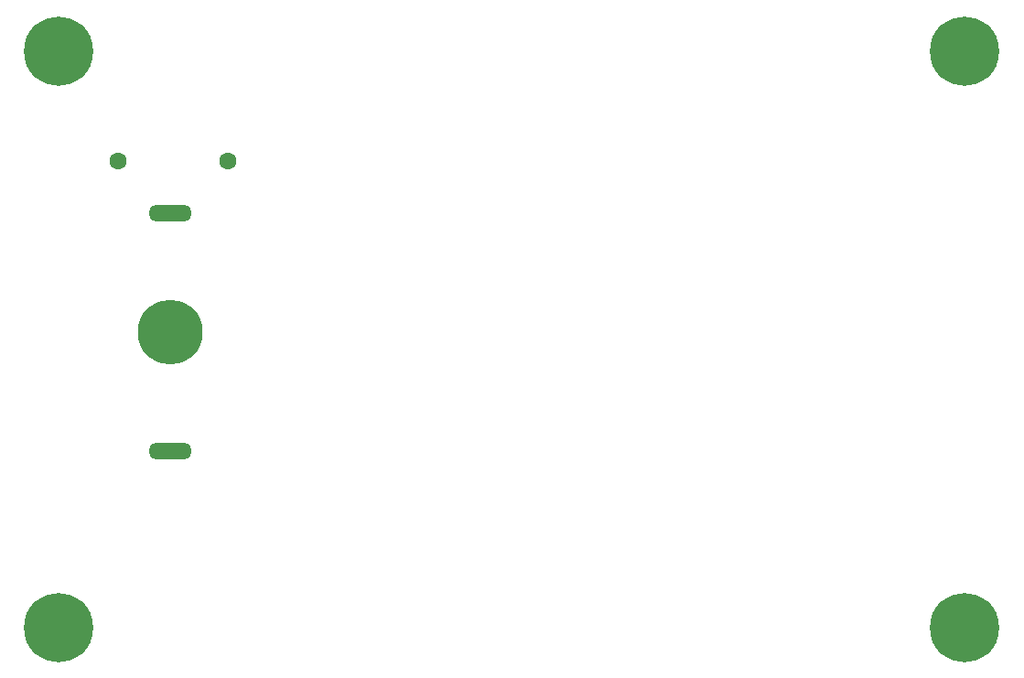
<source format=gbs>
%TF.GenerationSoftware,KiCad,Pcbnew,9.0.7*%
%TF.CreationDate,2026-02-16T22:08:23-05:00*%
%TF.ProjectId,Microphone_V3,4d696372-6f70-4686-9f6e-655f56332e6b,rev?*%
%TF.SameCoordinates,Original*%
%TF.FileFunction,Soldermask,Bot*%
%TF.FilePolarity,Negative*%
%FSLAX46Y46*%
G04 Gerber Fmt 4.6, Leading zero omitted, Abs format (unit mm)*
G04 Created by KiCad (PCBNEW 9.0.7) date 2026-02-16 22:08:23*
%MOMM*%
%LPD*%
G01*
G04 APERTURE LIST*
%ADD10C,6.000000*%
%ADD11O,4.000000X1.524000*%
%ADD12C,0.800000*%
%ADD13C,6.400000*%
%ADD14C,1.600000*%
G04 APERTURE END LIST*
D10*
%TO.C,MK1*%
X133458000Y-90778000D03*
D11*
X133458000Y-101778000D03*
X133458000Y-79778000D03*
%TD*%
D12*
%TO.C,H4*%
X120790000Y-64770000D03*
X121492944Y-63072944D03*
X121492944Y-66467056D03*
X123190000Y-62370000D03*
D13*
X123190000Y-64770000D03*
D12*
X123190000Y-67170000D03*
X124887056Y-63072944D03*
X124887056Y-66467056D03*
X125590000Y-64770000D03*
%TD*%
%TO.C,H1*%
X120790000Y-118110000D03*
X121492944Y-116412944D03*
X121492944Y-119807056D03*
X123190000Y-115710000D03*
D13*
X123190000Y-118110000D03*
D12*
X123190000Y-120510000D03*
X124887056Y-116412944D03*
X124887056Y-119807056D03*
X125590000Y-118110000D03*
%TD*%
%TO.C,H2*%
X204610000Y-118110000D03*
X205312944Y-116412944D03*
X205312944Y-119807056D03*
X207010000Y-115710000D03*
D13*
X207010000Y-118110000D03*
D12*
X207010000Y-120510000D03*
X208707056Y-116412944D03*
X208707056Y-119807056D03*
X209410000Y-118110000D03*
%TD*%
D14*
%TO.C,R3*%
X138792000Y-74952000D03*
X128632000Y-74952000D03*
%TD*%
D12*
%TO.C,H3*%
X204610000Y-64770000D03*
X205312944Y-63072944D03*
X205312944Y-66467056D03*
X207010000Y-62370000D03*
D13*
X207010000Y-64770000D03*
D12*
X207010000Y-67170000D03*
X208707056Y-63072944D03*
X208707056Y-66467056D03*
X209410000Y-64770000D03*
%TD*%
M02*

</source>
